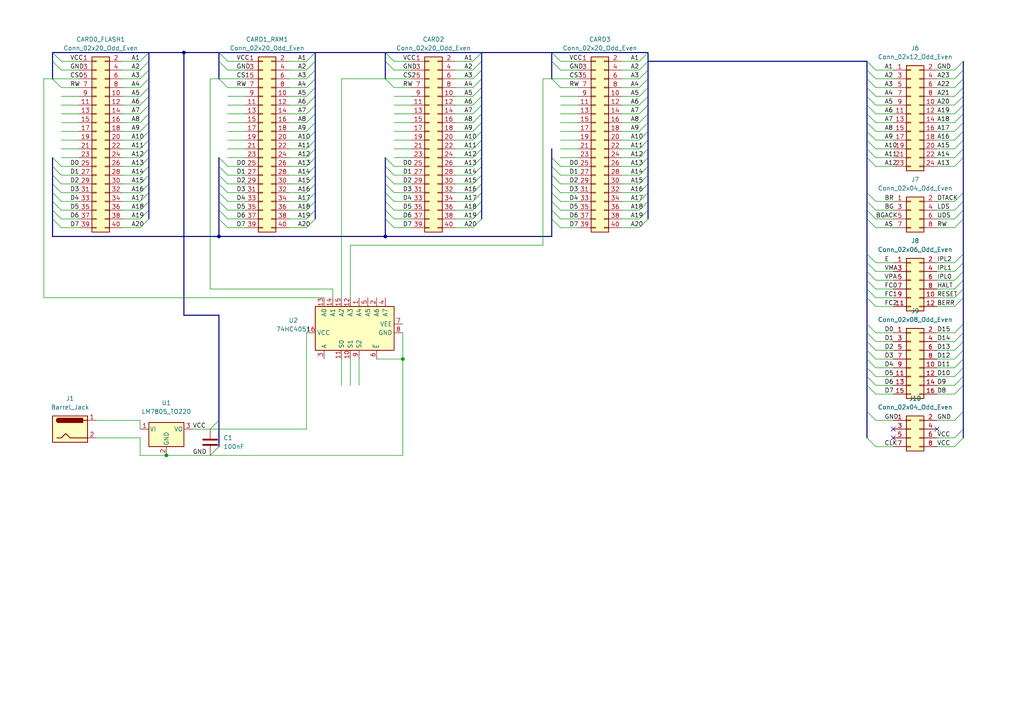
<source format=kicad_sch>
(kicad_sch (version 20211123) (generator eeschema)
  (paper "A4")
  (junction (at 116.84 104.14))
  (junction (at 53.34 15.24))
  (junction (at 111.76 68.58))
  (junction (at 48.26 132.08))
  (junction (at 63.5 68.58))
  (no_connect (at 271.78 124.46))
  (no_connect (at 259.08 124.46))
  (no_connect (at 259.08 127))
  (bus_entry (at 251.46 45.72) (size 2.54 2.54))
  (bus_entry (at 276.86 25.4) (size 2.54 -2.54))
  (bus_entry (at 137.16 48.26) (size 2.54 -2.54))
  (bus_entry (at 88.9 43.18) (size 2.54 -2.54))
  (bus_entry (at 40.64 45.72) (size 2.54 -2.54))
  (bus_entry (at 185.42 20.32) (size 2.54 -2.54))
  (bus_entry (at 276.86 66.04) (size 2.54 -2.54))
  (bus_entry (at 40.64 60.96) (size 2.54 -2.54))
  (bus_entry (at 40.64 35.56) (size 2.54 -2.54))
  (bus_entry (at 15.24 63.5) (size 2.54 2.54))
  (bus_entry (at 276.86 35.56) (size 2.54 -2.54))
  (bus_entry (at 160.02 58.42) (size 2.54 2.54))
  (bus_entry (at 63.5 15.24) (size 2.54 2.54))
  (bus_entry (at 63.5 63.5) (size 2.54 2.54))
  (bus_entry (at 88.9 30.48) (size 2.54 -2.54))
  (bus_entry (at 276.86 96.52) (size 2.54 -2.54))
  (bus_entry (at 185.42 25.4) (size 2.54 -2.54))
  (bus_entry (at 15.24 55.88) (size 2.54 2.54))
  (bus_entry (at 111.76 15.24) (size 2.54 2.54))
  (bus_entry (at 111.76 22.86) (size 2.54 2.54))
  (bus_entry (at 63.5 22.86) (size 2.54 2.54))
  (bus_entry (at 63.5 17.78) (size 2.54 2.54))
  (bus_entry (at 160.02 22.86) (size 2.54 2.54))
  (bus_entry (at 111.76 17.78) (size 2.54 2.54))
  (bus_entry (at 160.02 15.24) (size 2.54 2.54))
  (bus_entry (at 160.02 17.78) (size 2.54 2.54))
  (bus_entry (at 137.16 45.72) (size 2.54 -2.54))
  (bus_entry (at 251.46 73.66) (size 2.54 2.54))
  (bus_entry (at 137.16 60.96) (size 2.54 -2.54))
  (bus_entry (at 88.9 58.42) (size 2.54 -2.54))
  (bus_entry (at 251.46 127) (size 2.54 2.54))
  (bus_entry (at 185.42 55.88) (size 2.54 -2.54))
  (bus_entry (at 251.46 93.98) (size 2.54 2.54))
  (bus_entry (at 40.64 27.94) (size 2.54 -2.54))
  (bus_entry (at 88.9 40.64) (size 2.54 -2.54))
  (bus_entry (at 276.86 86.36) (size 2.54 -2.54))
  (bus_entry (at 63.5 60.96) (size 2.54 2.54))
  (bus_entry (at 276.86 63.5) (size 2.54 -2.54))
  (bus_entry (at 88.9 25.4) (size 2.54 -2.54))
  (bus_entry (at 137.16 63.5) (size 2.54 -2.54))
  (bus_entry (at 160.02 45.72) (size 2.54 2.54))
  (bus_entry (at 251.46 83.82) (size 2.54 2.54))
  (bus_entry (at 160.02 55.88) (size 2.54 2.54))
  (bus_entry (at 276.86 43.18) (size 2.54 -2.54))
  (bus_entry (at 160.02 60.96) (size 2.54 2.54))
  (bus_entry (at 111.76 55.88) (size 2.54 2.54))
  (bus_entry (at 88.9 45.72) (size 2.54 -2.54))
  (bus_entry (at 276.86 109.22) (size 2.54 -2.54))
  (bus_entry (at 185.42 38.1) (size 2.54 -2.54))
  (bus_entry (at 185.42 43.18) (size 2.54 -2.54))
  (bus_entry (at 137.16 27.94) (size 2.54 -2.54))
  (bus_entry (at 15.24 53.34) (size 2.54 2.54))
  (bus_entry (at 251.46 86.36) (size 2.54 2.54))
  (bus_entry (at 251.46 17.78) (size 2.54 2.54))
  (bus_entry (at 251.46 109.22) (size 2.54 2.54))
  (bus_entry (at 185.42 60.96) (size 2.54 -2.54))
  (bus_entry (at 276.86 76.2) (size 2.54 -2.54))
  (bus_entry (at 160.02 48.26) (size 2.54 2.54))
  (bus_entry (at 185.42 40.64) (size 2.54 -2.54))
  (bus_entry (at 276.86 22.86) (size 2.54 -2.54))
  (bus_entry (at 276.86 30.48) (size 2.54 -2.54))
  (bus_entry (at 251.46 22.86) (size 2.54 2.54))
  (bus_entry (at 276.86 83.82) (size 2.54 -2.54))
  (bus_entry (at 251.46 76.2) (size 2.54 2.54))
  (bus_entry (at 160.02 50.8) (size 2.54 2.54))
  (bus_entry (at 276.86 88.9) (size 2.54 -2.54))
  (bus_entry (at 251.46 99.06) (size 2.54 2.54))
  (bus_entry (at 251.46 43.18) (size 2.54 2.54))
  (bus_entry (at 88.9 33.02) (size 2.54 -2.54))
  (bus_entry (at 276.86 60.96) (size 2.54 -2.54))
  (bus_entry (at 185.42 35.56) (size 2.54 -2.54))
  (bus_entry (at 251.46 40.64) (size 2.54 2.54))
  (bus_entry (at 40.64 17.78) (size 2.54 -2.54))
  (bus_entry (at 15.24 60.96) (size 2.54 2.54))
  (bus_entry (at 40.64 55.88) (size 2.54 -2.54))
  (bus_entry (at 276.86 45.72) (size 2.54 -2.54))
  (bus_entry (at 251.46 30.48) (size 2.54 2.54))
  (bus_entry (at 15.24 45.72) (size 2.54 2.54))
  (bus_entry (at 185.42 48.26) (size 2.54 -2.54))
  (bus_entry (at 276.86 111.76) (size 2.54 -2.54))
  (bus_entry (at 251.46 106.68) (size 2.54 2.54))
  (bus_entry (at 251.46 33.02) (size 2.54 2.54))
  (bus_entry (at 251.46 58.42) (size 2.54 2.54))
  (bus_entry (at 40.64 43.18) (size 2.54 -2.54))
  (bus_entry (at 40.64 58.42) (size 2.54 -2.54))
  (bus_entry (at 88.9 17.78) (size 2.54 -2.54))
  (bus_entry (at 251.46 20.32) (size 2.54 2.54))
  (bus_entry (at 185.42 58.42) (size 2.54 -2.54))
  (bus_entry (at 88.9 20.32) (size 2.54 -2.54))
  (bus_entry (at 137.16 50.8) (size 2.54 -2.54))
  (bus_entry (at 15.24 15.24) (size 2.54 2.54))
  (bus_entry (at 15.24 22.86) (size 2.54 2.54))
  (bus_entry (at 15.24 17.78) (size 2.54 2.54))
  (bus_entry (at 276.86 106.68) (size 2.54 -2.54))
  (bus_entry (at 40.64 50.8) (size 2.54 -2.54))
  (bus_entry (at 251.46 63.5) (size 2.54 2.54))
  (bus_entry (at 276.86 81.28) (size 2.54 -2.54))
  (bus_entry (at 63.5 58.42) (size 2.54 2.54))
  (bus_entry (at 160.02 53.34) (size 2.54 2.54))
  (bus_entry (at 40.64 63.5) (size 2.54 -2.54))
  (bus_entry (at 137.16 40.64) (size 2.54 -2.54))
  (bus_entry (at 160.02 63.5) (size 2.54 2.54))
  (bus_entry (at 137.16 20.32) (size 2.54 -2.54))
  (bus_entry (at 276.86 101.6) (size 2.54 -2.54))
  (bus_entry (at 137.16 66.04) (size 2.54 -2.54))
  (bus_entry (at 40.64 48.26) (size 2.54 -2.54))
  (bus_entry (at 185.42 30.48) (size 2.54 -2.54))
  (bus_entry (at 40.64 25.4) (size 2.54 -2.54))
  (bus_entry (at 40.64 33.02) (size 2.54 -2.54))
  (bus_entry (at 40.64 30.48) (size 2.54 -2.54))
  (bus_entry (at 88.9 53.34) (size 2.54 -2.54))
  (bus_entry (at 88.9 50.8) (size 2.54 -2.54))
  (bus_entry (at 137.16 22.86) (size 2.54 -2.54))
  (bus_entry (at 185.42 66.04) (size 2.54 -2.54))
  (bus_entry (at 185.42 50.8) (size 2.54 -2.54))
  (bus_entry (at 185.42 33.02) (size 2.54 -2.54))
  (bus_entry (at 251.46 55.88) (size 2.54 2.54))
  (bus_entry (at 63.5 55.88) (size 2.54 2.54))
  (bus_entry (at 276.86 40.64) (size 2.54 -2.54))
  (bus_entry (at 137.16 25.4) (size 2.54 -2.54))
  (bus_entry (at 137.16 58.42) (size 2.54 -2.54))
  (bus_entry (at 137.16 17.78) (size 2.54 -2.54))
  (bus_entry (at 63.5 53.34) (size 2.54 2.54))
  (bus_entry (at 276.86 121.92) (size 2.54 -2.54))
  (bus_entry (at 276.86 58.42) (size 2.54 -2.54))
  (bus_entry (at 137.16 53.34) (size 2.54 -2.54))
  (bus_entry (at 251.46 96.52) (size 2.54 2.54))
  (bus_entry (at 137.16 33.02) (size 2.54 -2.54))
  (bus_entry (at 40.64 22.86) (size 2.54 -2.54))
  (bus_entry (at 137.16 30.48) (size 2.54 -2.54))
  (bus_entry (at 88.9 22.86) (size 2.54 -2.54))
  (bus_entry (at 63.5 45.72) (size 2.54 2.54))
  (bus_entry (at 276.86 114.3) (size 2.54 -2.54))
  (bus_entry (at 251.46 27.94) (size 2.54 2.54))
  (bus_entry (at 276.86 27.94) (size 2.54 -2.54))
  (bus_entry (at 15.24 50.8) (size 2.54 2.54))
  (bus_entry (at 40.64 38.1) (size 2.54 -2.54))
  (bus_entry (at 88.9 35.56) (size 2.54 -2.54))
  (bus_entry (at 251.46 119.38) (size 2.54 2.54))
  (bus_entry (at 137.16 38.1) (size 2.54 -2.54))
  (bus_entry (at 185.42 53.34) (size 2.54 -2.54))
  (bus_entry (at 88.9 38.1) (size 2.54 -2.54))
  (bus_entry (at 88.9 48.26) (size 2.54 -2.54))
  (bus_entry (at 185.42 27.94) (size 2.54 -2.54))
  (bus_entry (at 276.86 129.54) (size 2.54 -2.54))
  (bus_entry (at 276.86 33.02) (size 2.54 -2.54))
  (bus_entry (at 251.46 25.4) (size 2.54 2.54))
  (bus_entry (at 276.86 48.26) (size 2.54 -2.54))
  (bus_entry (at 276.86 20.32) (size 2.54 -2.54))
  (bus_entry (at 251.46 38.1) (size 2.54 2.54))
  (bus_entry (at 40.64 20.32) (size 2.54 -2.54))
  (bus_entry (at 251.46 81.28) (size 2.54 2.54))
  (bus_entry (at 15.24 58.42) (size 2.54 2.54))
  (bus_entry (at 111.76 45.72) (size 2.54 2.54))
  (bus_entry (at 185.42 17.78) (size 2.54 -2.54))
  (bus_entry (at 276.86 99.06) (size 2.54 -2.54))
  (bus_entry (at 111.76 50.8) (size 2.54 2.54))
  (bus_entry (at 137.16 43.18) (size 2.54 -2.54))
  (bus_entry (at 60.96 124.46) (size 2.54 -2.54))
  (bus_entry (at 60.96 132.08) (size 2.54 -2.54))
  (bus_entry (at 251.46 35.56) (size 2.54 2.54))
  (bus_entry (at 185.42 63.5) (size 2.54 -2.54))
  (bus_entry (at 88.9 27.94) (size 2.54 -2.54))
  (bus_entry (at 15.24 48.26) (size 2.54 2.54))
  (bus_entry (at 40.64 40.64) (size 2.54 -2.54))
  (bus_entry (at 251.46 78.74) (size 2.54 2.54))
  (bus_entry (at 251.46 101.6) (size 2.54 2.54))
  (bus_entry (at 111.76 53.34) (size 2.54 2.54))
  (bus_entry (at 88.9 55.88) (size 2.54 -2.54))
  (bus_entry (at 276.86 38.1) (size 2.54 -2.54))
  (bus_entry (at 111.76 60.96) (size 2.54 2.54))
  (bus_entry (at 40.64 53.34) (size 2.54 -2.54))
  (bus_entry (at 88.9 66.04) (size 2.54 -2.54))
  (bus_entry (at 185.42 22.86) (size 2.54 -2.54))
  (bus_entry (at 63.5 50.8) (size 2.54 2.54))
  (bus_entry (at 276.86 78.74) (size 2.54 -2.54))
  (bus_entry (at 88.9 63.5) (size 2.54 -2.54))
  (bus_entry (at 40.64 66.04) (size 2.54 -2.54))
  (bus_entry (at 111.76 63.5) (size 2.54 2.54))
  (bus_entry (at 88.9 60.96) (size 2.54 -2.54))
  (bus_entry (at 251.46 111.76) (size 2.54 2.54))
  (bus_entry (at 111.76 48.26) (size 2.54 2.54))
  (bus_entry (at 251.46 104.14) (size 2.54 2.54))
  (bus_entry (at 137.16 55.88) (size 2.54 -2.54))
  (bus_entry (at 185.42 45.72) (size 2.54 -2.54))
  (bus_entry (at 276.86 127) (size 2.54 -2.54))
  (bus_entry (at 111.76 58.42) (size 2.54 2.54))
  (bus_entry (at 63.5 48.26) (size 2.54 2.54))
  (bus_entry (at 251.46 60.96) (size 2.54 2.54))
  (bus_entry (at 276.86 104.14) (size 2.54 -2.54))
  (bus_entry (at 137.16 35.56) (size 2.54 -2.54))
  (wire (pts (xy 17.78 25.4) (xy 22.86 25.4)))
  (wire (pts (xy 271.78 30.48) (xy 276.86 30.48)))
  (bus (pts (xy 91.44 33.02) (xy 91.44 35.56)))
  (bus (pts (xy 91.44 20.32) (xy 91.44 22.86)))
  (wire (pts (xy 114.3 45.72) (xy 119.38 45.72)))
  (wire (pts (xy 254 78.74) (xy 259.08 78.74)))
  (bus (pts (xy 279.4 22.86) (xy 279.4 25.4)))
  (wire (pts (xy 114.3 25.4) (xy 119.38 25.4)))
  (bus (pts (xy 139.7 58.42) (xy 139.7 60.96)))
  (wire (pts (xy 114.3 27.94) (xy 119.38 27.94)))
  (bus (pts (xy 15.24 48.26) (xy 15.24 50.8)))
  (wire (pts (xy 114.3 20.32) (xy 119.38 20.32)))
  (bus (pts (xy 160.02 50.8) (xy 160.02 53.34)))
  (wire (pts (xy 17.78 27.94) (xy 22.86 27.94)))
  (bus (pts (xy 187.96 38.1) (xy 187.96 40.64)))
  (bus (pts (xy 43.18 60.96) (xy 43.18 63.5)))
  (bus (pts (xy 63.5 50.8) (xy 63.5 53.34)))
  (bus (pts (xy 187.96 27.94) (xy 187.96 30.48)))
  (wire (pts (xy 132.08 22.86) (xy 137.16 22.86)))
  (bus (pts (xy 279.4 20.32) (xy 279.4 22.86)))
  (bus (pts (xy 187.96 17.78) (xy 187.96 20.32)))
  (wire (pts (xy 114.3 50.8) (xy 119.38 50.8)))
  (bus (pts (xy 139.7 50.8) (xy 139.7 53.34)))
  (bus (pts (xy 139.7 30.48) (xy 139.7 33.02)))
  (bus (pts (xy 251.46 96.52) (xy 251.46 99.06)))
  (wire (pts (xy 132.08 20.32) (xy 137.16 20.32)))
  (wire (pts (xy 162.56 50.8) (xy 167.64 50.8)))
  (bus (pts (xy 43.18 35.56) (xy 43.18 38.1)))
  (wire (pts (xy 35.56 60.96) (xy 40.64 60.96)))
  (wire (pts (xy 271.78 33.02) (xy 276.86 33.02)))
  (wire (pts (xy 271.78 22.86) (xy 276.86 22.86)))
  (wire (pts (xy 66.04 60.96) (xy 71.12 60.96)))
  (bus (pts (xy 139.7 33.02) (xy 139.7 35.56)))
  (wire (pts (xy 132.08 17.78) (xy 137.16 17.78)))
  (wire (pts (xy 66.04 58.42) (xy 71.12 58.42)))
  (wire (pts (xy 132.08 48.26) (xy 137.16 48.26)))
  (wire (pts (xy 114.3 48.26) (xy 119.38 48.26)))
  (wire (pts (xy 66.04 30.48) (xy 71.12 30.48)))
  (bus (pts (xy 43.18 53.34) (xy 43.18 55.88)))
  (wire (pts (xy 66.04 20.32) (xy 71.12 20.32)))
  (wire (pts (xy 271.78 129.54) (xy 276.86 129.54)))
  (wire (pts (xy 83.82 55.88) (xy 88.9 55.88)))
  (wire (pts (xy 271.78 76.2) (xy 276.86 76.2)))
  (wire (pts (xy 254 101.6) (xy 259.08 101.6)))
  (wire (pts (xy 63.5 22.86) (xy 71.12 22.86)))
  (bus (pts (xy 251.46 93.98) (xy 251.46 96.52)))
  (bus (pts (xy 53.34 91.44) (xy 53.34 15.24)))
  (wire (pts (xy 83.82 50.8) (xy 88.9 50.8)))
  (bus (pts (xy 279.4 111.76) (xy 279.4 119.38)))
  (bus (pts (xy 91.44 15.24) (xy 111.76 15.24)))
  (wire (pts (xy 254 45.72) (xy 259.08 45.72)))
  (wire (pts (xy 66.04 66.04) (xy 71.12 66.04)))
  (wire (pts (xy 162.56 27.94) (xy 167.64 27.94)))
  (wire (pts (xy 66.04 38.1) (xy 71.12 38.1)))
  (wire (pts (xy 17.78 60.96) (xy 22.86 60.96)))
  (bus (pts (xy 251.46 38.1) (xy 251.46 40.64)))
  (bus (pts (xy 160.02 60.96) (xy 160.02 63.5)))
  (wire (pts (xy 271.78 63.5) (xy 276.86 63.5)))
  (wire (pts (xy 162.56 58.42) (xy 167.64 58.42)))
  (bus (pts (xy 251.46 83.82) (xy 251.46 86.36)))
  (bus (pts (xy 91.44 27.94) (xy 91.44 30.48)))
  (wire (pts (xy 35.56 38.1) (xy 40.64 38.1)))
  (wire (pts (xy 17.78 35.56) (xy 22.86 35.56)))
  (wire (pts (xy 83.82 25.4) (xy 88.9 25.4)))
  (wire (pts (xy 99.06 104.14) (xy 99.06 111.76)))
  (wire (pts (xy 157.48 22.86) (xy 160.02 22.86)))
  (bus (pts (xy 43.18 15.24) (xy 53.34 15.24)))
  (bus (pts (xy 160.02 53.34) (xy 160.02 55.88)))
  (wire (pts (xy 83.82 22.86) (xy 88.9 22.86)))
  (wire (pts (xy 254 25.4) (xy 259.08 25.4)))
  (wire (pts (xy 40.64 127) (xy 40.64 132.08)))
  (bus (pts (xy 63.5 53.34) (xy 63.5 55.88)))
  (wire (pts (xy 132.08 55.88) (xy 137.16 55.88)))
  (bus (pts (xy 251.46 73.66) (xy 251.46 76.2)))
  (bus (pts (xy 43.18 38.1) (xy 43.18 40.64)))
  (bus (pts (xy 111.76 48.26) (xy 111.76 50.8)))
  (wire (pts (xy 99.06 22.86) (xy 111.76 22.86)))
  (bus (pts (xy 279.4 30.48) (xy 279.4 33.02)))
  (wire (pts (xy 83.82 43.18) (xy 88.9 43.18)))
  (bus (pts (xy 279.4 76.2) (xy 279.4 78.74)))
  (bus (pts (xy 279.4 55.88) (xy 279.4 58.42)))
  (bus (pts (xy 187.96 45.72) (xy 187.96 48.26)))
  (wire (pts (xy 35.56 53.34) (xy 40.64 53.34)))
  (wire (pts (xy 99.06 86.36) (xy 99.06 22.86)))
  (wire (pts (xy 83.82 40.64) (xy 88.9 40.64)))
  (bus (pts (xy 279.4 81.28) (xy 279.4 83.82)))
  (wire (pts (xy 60.96 83.82) (xy 60.96 22.86)))
  (bus (pts (xy 43.18 50.8) (xy 43.18 53.34)))
  (wire (pts (xy 271.78 40.64) (xy 276.86 40.64)))
  (wire (pts (xy 180.34 48.26) (xy 185.42 48.26)))
  (wire (pts (xy 254 35.56) (xy 259.08 35.56)))
  (wire (pts (xy 132.08 43.18) (xy 137.16 43.18)))
  (bus (pts (xy 279.4 27.94) (xy 279.4 30.48)))
  (wire (pts (xy 114.3 66.04) (xy 119.38 66.04)))
  (wire (pts (xy 162.56 40.64) (xy 167.64 40.64)))
  (bus (pts (xy 279.4 45.72) (xy 279.4 55.88)))
  (bus (pts (xy 279.4 106.68) (xy 279.4 109.22)))
  (wire (pts (xy 132.08 38.1) (xy 137.16 38.1)))
  (bus (pts (xy 63.5 17.78) (xy 63.5 22.86)))
  (wire (pts (xy 162.56 63.5) (xy 167.64 63.5)))
  (wire (pts (xy 17.78 63.5) (xy 22.86 63.5)))
  (wire (pts (xy 271.78 81.28) (xy 276.86 81.28)))
  (bus (pts (xy 187.96 17.78) (xy 251.46 17.78)))
  (bus (pts (xy 187.96 40.64) (xy 187.96 43.18)))
  (bus (pts (xy 251.46 58.42) (xy 251.46 60.96)))
  (wire (pts (xy 116.84 132.08) (xy 116.84 104.14)))
  (wire (pts (xy 88.9 124.46) (xy 88.9 96.52)))
  (bus (pts (xy 111.76 15.24) (xy 139.7 15.24)))
  (bus (pts (xy 139.7 60.96) (xy 139.7 63.5)))
  (wire (pts (xy 66.04 50.8) (xy 71.12 50.8)))
  (wire (pts (xy 132.08 63.5) (xy 137.16 63.5)))
  (bus (pts (xy 111.76 45.72) (xy 111.76 48.26)))
  (bus (pts (xy 91.44 40.64) (xy 91.44 43.18)))
  (bus (pts (xy 63.5 63.5) (xy 63.5 68.58)))
  (wire (pts (xy 83.82 63.5) (xy 88.9 63.5)))
  (bus (pts (xy 187.96 30.48) (xy 187.96 33.02)))
  (bus (pts (xy 279.4 96.52) (xy 279.4 99.06)))
  (bus (pts (xy 251.46 22.86) (xy 251.46 25.4)))
  (wire (pts (xy 132.08 30.48) (xy 137.16 30.48)))
  (bus (pts (xy 43.18 22.86) (xy 43.18 25.4)))
  (wire (pts (xy 17.78 53.34) (xy 22.86 53.34)))
  (bus (pts (xy 91.44 50.8) (xy 91.44 53.34)))
  (bus (pts (xy 279.4 93.98) (xy 279.4 96.52)))
  (wire (pts (xy 12.7 86.36) (xy 12.7 22.86)))
  (bus (pts (xy 139.7 43.18) (xy 139.7 45.72)))
  (wire (pts (xy 35.56 17.78) (xy 40.64 17.78)))
  (wire (pts (xy 254 81.28) (xy 259.08 81.28)))
  (bus (pts (xy 251.46 30.48) (xy 251.46 33.02)))
  (bus (pts (xy 251.46 78.74) (xy 251.46 81.28)))
  (wire (pts (xy 132.08 35.56) (xy 137.16 35.56)))
  (wire (pts (xy 180.34 60.96) (xy 185.42 60.96)))
  (wire (pts (xy 162.56 35.56) (xy 167.64 35.56)))
  (bus (pts (xy 43.18 27.94) (xy 43.18 30.48)))
  (wire (pts (xy 83.82 17.78) (xy 88.9 17.78)))
  (bus (pts (xy 187.96 43.18) (xy 187.96 45.72)))
  (wire (pts (xy 180.34 33.02) (xy 185.42 33.02)))
  (wire (pts (xy 162.56 53.34) (xy 167.64 53.34)))
  (wire (pts (xy 162.56 55.88) (xy 167.64 55.88)))
  (wire (pts (xy 66.04 43.18) (xy 71.12 43.18)))
  (wire (pts (xy 271.78 127) (xy 276.86 127)))
  (wire (pts (xy 271.78 43.18) (xy 276.86 43.18)))
  (bus (pts (xy 187.96 50.8) (xy 187.96 53.34)))
  (wire (pts (xy 132.08 25.4) (xy 137.16 25.4)))
  (bus (pts (xy 251.46 25.4) (xy 251.46 27.94)))
  (wire (pts (xy 254 20.32) (xy 259.08 20.32)))
  (bus (pts (xy 187.96 20.32) (xy 187.96 22.86)))
  (wire (pts (xy 101.6 104.14) (xy 101.6 111.76)))
  (wire (pts (xy 35.56 30.48) (xy 40.64 30.48)))
  (bus (pts (xy 139.7 53.34) (xy 139.7 55.88)))
  (bus (pts (xy 251.46 27.94) (xy 251.46 30.48)))
  (wire (pts (xy 35.56 58.42) (xy 40.64 58.42)))
  (bus (pts (xy 15.24 45.72) (xy 15.24 48.26)))
  (bus (pts (xy 251.46 45.72) (xy 251.46 55.88)))
  (wire (pts (xy 35.56 20.32) (xy 40.64 20.32)))
  (wire (pts (xy 254 27.94) (xy 259.08 27.94)))
  (bus (pts (xy 187.96 15.24) (xy 187.96 17.78)))
  (wire (pts (xy 162.56 45.72) (xy 167.64 45.72)))
  (wire (pts (xy 35.56 63.5) (xy 40.64 63.5)))
  (bus (pts (xy 91.44 58.42) (xy 91.44 60.96)))
  (bus (pts (xy 139.7 27.94) (xy 139.7 30.48)))
  (wire (pts (xy 254 38.1) (xy 259.08 38.1)))
  (wire (pts (xy 132.08 53.34) (xy 137.16 53.34)))
  (bus (pts (xy 279.4 33.02) (xy 279.4 35.56)))
  (wire (pts (xy 55.88 124.46) (xy 60.96 124.46)))
  (wire (pts (xy 35.56 22.86) (xy 40.64 22.86)))
  (wire (pts (xy 254 30.48) (xy 259.08 30.48)))
  (bus (pts (xy 15.24 15.24) (xy 15.24 17.78)))
  (wire (pts (xy 160.02 22.86) (xy 167.64 22.86)))
  (wire (pts (xy 40.64 121.92) (xy 40.64 124.46)))
  (wire (pts (xy 83.82 58.42) (xy 88.9 58.42)))
  (wire (pts (xy 60.96 132.08) (xy 116.84 132.08)))
  (bus (pts (xy 63.5 68.58) (xy 15.24 68.58)))
  (bus (pts (xy 63.5 129.54) (xy 63.5 121.92)))
  (bus (pts (xy 279.4 73.66) (xy 279.4 76.2)))
  (wire (pts (xy 109.22 104.14) (xy 116.84 104.14)))
  (wire (pts (xy 180.34 40.64) (xy 185.42 40.64)))
  (wire (pts (xy 17.78 48.26) (xy 22.86 48.26)))
  (bus (pts (xy 279.4 101.6) (xy 279.4 104.14)))
  (bus (pts (xy 160.02 48.26) (xy 160.02 50.8)))
  (bus (pts (xy 139.7 20.32) (xy 139.7 22.86)))
  (bus (pts (xy 139.7 25.4) (xy 139.7 27.94)))
  (wire (pts (xy 180.34 53.34) (xy 185.42 53.34)))
  (wire (pts (xy 17.78 43.18) (xy 22.86 43.18)))
  (wire (pts (xy 254 86.36) (xy 259.08 86.36)))
  (bus (pts (xy 251.46 119.38) (xy 251.46 127)))
  (wire (pts (xy 271.78 83.82) (xy 276.86 83.82)))
  (wire (pts (xy 254 33.02) (xy 259.08 33.02)))
  (wire (pts (xy 66.04 27.94) (xy 71.12 27.94)))
  (wire (pts (xy 132.08 45.72) (xy 137.16 45.72)))
  (wire (pts (xy 254 109.22) (xy 259.08 109.22)))
  (bus (pts (xy 43.18 15.24) (xy 43.18 17.78)))
  (bus (pts (xy 279.4 60.96) (xy 279.4 63.5)))
  (bus (pts (xy 279.4 124.46) (xy 279.4 127)))
  (wire (pts (xy 180.34 63.5) (xy 185.42 63.5)))
  (wire (pts (xy 66.04 40.64) (xy 71.12 40.64)))
  (wire (pts (xy 180.34 45.72) (xy 185.42 45.72)))
  (bus (pts (xy 251.46 40.64) (xy 251.46 43.18)))
  (wire (pts (xy 162.56 60.96) (xy 167.64 60.96)))
  (bus (pts (xy 91.44 53.34) (xy 91.44 55.88)))
  (wire (pts (xy 35.56 35.56) (xy 40.64 35.56)))
  (wire (pts (xy 66.04 55.88) (xy 71.12 55.88)))
  (bus (pts (xy 187.96 48.26) (xy 187.96 50.8)))
  (wire (pts (xy 114.3 43.18) (xy 119.38 43.18)))
  (bus (pts (xy 251.46 33.02) (xy 251.46 35.56)))
  (wire (pts (xy 162.56 38.1) (xy 167.64 38.1)))
  (wire (pts (xy 271.78 58.42) (xy 276.86 58.42)))
  (wire (pts (xy 271.78 35.56) (xy 276.86 35.56)))
  (bus (pts (xy 139.7 15.24) (xy 160.02 15.24)))
  (wire (pts (xy 254 121.92) (xy 259.08 121.92)))
  (bus (pts (xy 111.76 58.42) (xy 111.76 60.96)))
  (bus (pts (xy 160.02 43.18) (xy 160.02 45.72)))
  (wire (pts (xy 271.78 106.68) (xy 276.86 106.68)))
  (bus (pts (xy 160.02 45.72) (xy 160.02 48.26)))
  (bus (pts (xy 91.44 45.72) (xy 91.44 48.26)))
  (wire (pts (xy 96.52 83.82) (xy 60.96 83.82)))
  (bus (pts (xy 187.96 55.88) (xy 187.96 58.42)))
  (bus (pts (xy 139.7 40.64) (xy 139.7 43.18)))
  (wire (pts (xy 254 60.96) (xy 259.08 60.96)))
  (wire (pts (xy 35.56 66.04) (xy 40.64 66.04)))
  (wire (pts (xy 101.6 86.36) (xy 101.6 71.12)))
  (wire (pts (xy 27.94 127) (xy 40.64 127)))
  (bus (pts (xy 111.76 53.34) (xy 111.76 55.88)))
  (wire (pts (xy 271.78 45.72) (xy 276.86 45.72)))
  (bus (pts (xy 279.4 104.14) (xy 279.4 106.68)))
  (bus (pts (xy 279.4 40.64) (xy 279.4 43.18)))
  (wire (pts (xy 271.78 25.4) (xy 276.86 25.4)))
  (bus (pts (xy 91.44 55.88) (xy 91.44 58.42)))
  (bus (pts (xy 43.18 33.02) (xy 43.18 35.56)))
  (wire (pts (xy 162.56 48.26) (xy 167.64 48.26)))
  (bus (pts (xy 251.46 111.76) (xy 251.46 119.38)))
  (wire (pts (xy 66.04 25.4) (xy 71.12 25.4)))
  (wire (pts (xy 254 66.04) (xy 259.08 66.04)))
  (wire (pts (xy 35.56 33.02) (xy 40.64 33.02)))
  (wire (pts (xy 17.78 50.8) (xy 22.86 50.8)))
  (wire (pts (xy 114.3 63.5) (xy 119.38 63.5)))
  (bus (pts (xy 43.18 25.4) (xy 43.18 27.94)))
  (bus (pts (xy 160.02 15.24) (xy 187.96 15.24)))
  (bus (pts (xy 139.7 22.86) (xy 139.7 25.4)))
  (wire (pts (xy 271.78 66.04) (xy 276.86 66.04)))
  (wire (pts (xy 132.08 58.42) (xy 137.16 58.42)))
  (wire (pts (xy 254 96.52) (xy 259.08 96.52)))
  (bus (pts (xy 251.46 99.06) (xy 251.46 101.6)))
  (bus (pts (xy 111.76 55.88) (xy 111.76 58.42)))
  (wire (pts (xy 254 40.64) (xy 259.08 40.64)))
  (wire (pts (xy 114.3 55.88) (xy 119.38 55.88)))
  (bus (pts (xy 15.24 15.24) (xy 43.18 15.24)))
  (wire (pts (xy 83.82 45.72) (xy 88.9 45.72)))
  (bus (pts (xy 279.4 43.18) (xy 279.4 45.72)))
  (bus (pts (xy 63.5 48.26) (xy 63.5 50.8)))
  (wire (pts (xy 254 111.76) (xy 259.08 111.76)))
  (wire (pts (xy 60.96 124.46) (xy 88.9 124.46)))
  (bus (pts (xy 43.18 40.64) (xy 43.18 43.18)))
  (wire (pts (xy 132.08 50.8) (xy 137.16 50.8)))
  (bus (pts (xy 139.7 38.1) (xy 139.7 40.64)))
  (bus (pts (xy 15.24 63.5) (xy 15.24 68.58)))
  (wire (pts (xy 104.14 104.14) (xy 104.14 111.76)))
  (wire (pts (xy 180.34 50.8) (xy 185.42 50.8)))
  (bus (pts (xy 43.18 45.72) (xy 43.18 48.26)))
  (wire (pts (xy 66.04 48.26) (xy 71.12 48.26)))
  (wire (pts (xy 254 63.5) (xy 259.08 63.5)))
  (wire (pts (xy 114.3 58.42) (xy 119.38 58.42)))
  (wire (pts (xy 93.98 86.36) (xy 12.7 86.36)))
  (wire (pts (xy 254 22.86) (xy 259.08 22.86)))
  (wire (pts (xy 60.96 22.86) (xy 63.5 22.86)))
  (bus (pts (xy 15.24 17.78) (xy 15.24 22.86)))
  (bus (pts (xy 279.4 78.74) (xy 279.4 81.28)))
  (bus (pts (xy 279.4 119.38) (xy 279.4 124.46)))
  (bus (pts (xy 279.4 58.42) (xy 279.4 60.96)))
  (bus (pts (xy 187.96 53.34) (xy 187.96 55.88)))
  (wire (pts (xy 17.78 17.78) (xy 22.86 17.78)))
  (bus (pts (xy 91.44 38.1) (xy 91.44 40.64)))
  (wire (pts (xy 83.82 33.02) (xy 88.9 33.02)))
  (wire (pts (xy 132.08 60.96) (xy 137.16 60.96)))
  (wire (pts (xy 271.78 99.06) (xy 276.86 99.06)))
  (bus (pts (xy 251.46 104.14) (xy 251.46 106.68)))
  (wire (pts (xy 271.78 111.76) (xy 276.86 111.76)))
  (bus (pts (xy 187.96 35.56) (xy 187.96 38.1)))
  (wire (pts (xy 132.08 27.94) (xy 137.16 27.94)))
  (bus (pts (xy 279.4 38.1) (xy 279.4 40.64)))
  (wire (pts (xy 180.34 30.48) (xy 185.42 30.48)))
  (bus (pts (xy 63.5 55.88) (xy 63.5 58.42)))
  (bus (pts (xy 15.24 50.8) (xy 15.24 53.34)))
  (wire (pts (xy 35.56 55.88) (xy 40.64 55.88)))
  (wire (pts (xy 83.82 20.32) (xy 88.9 20.32)))
  (bus (pts (xy 187.96 33.02) (xy 187.96 35.56)))
  (wire (pts (xy 83.82 48.26) (xy 88.9 48.26)))
  (bus (pts (xy 160.02 68.58) (xy 111.76 68.58)))
  (wire (pts (xy 271.78 88.9) (xy 276.86 88.9)))
  (wire (pts (xy 35.56 45.72) (xy 40.64 45.72)))
  (wire (pts (xy 17.78 58.42) (xy 22.86 58.42)))
  (wire (pts (xy 35.56 27.94) (xy 40.64 27.94)))
  (wire (pts (xy 114.3 53.34) (xy 119.38 53.34)))
  (bus (pts (xy 279.4 109.22) (xy 279.4 111.76)))
  (bus (pts (xy 279.4 99.06) (xy 279.4 101.6)))
  (wire (pts (xy 111.76 22.86) (xy 119.38 22.86)))
  (bus (pts (xy 53.34 15.24) (xy 63.5 15.24)))
  (bus (pts (xy 160.02 17.78) (xy 160.02 22.86)))
  (bus (pts (xy 111.76 15.24) (xy 111.76 17.78)))
  (bus (pts (xy 251.46 55.88) (xy 251.46 58.42)))
  (wire (pts (xy 271.78 114.3) (xy 276.86 114.3)))
  (wire (pts (xy 40.64 132.08) (xy 48.26 132.08)))
  (bus (pts (xy 91.44 25.4) (xy 91.44 27.94)))
  (wire (pts (xy 162.56 30.48) (xy 167.64 30.48)))
  (wire (pts (xy 271.78 78.74) (xy 276.86 78.74)))
  (wire (pts (xy 12.7 22.86) (xy 15.24 22.86)))
  (bus (pts (xy 63.5 60.96) (xy 63.5 63.5)))
  (wire (pts (xy 101.6 71.12) (xy 157.48 71.12)))
  (wire (pts (xy 27.94 121.92) (xy 40.64 121.92)))
  (bus (pts (xy 43.18 17.78) (xy 43.18 20.32)))
  (bus (pts (xy 160.02 63.5) (xy 160.02 68.58)))
  (wire (pts (xy 254 106.68) (xy 259.08 106.68)))
  (wire (pts (xy 83.82 66.04) (xy 88.9 66.04)))
  (bus (pts (xy 91.44 35.56) (xy 91.44 38.1)))
  (bus (pts (xy 91.44 22.86) (xy 91.44 25.4)))
  (bus (pts (xy 15.24 55.88) (xy 15.24 58.42)))
  (wire (pts (xy 83.82 60.96) (xy 88.9 60.96)))
  (bus (pts (xy 187.96 25.4) (xy 187.96 27.94)))
  (wire (pts (xy 271.78 86.36) (xy 276.86 86.36)))
  (bus (pts (xy 251.46 60.96) (xy 251.46 63.5)))
  (bus (pts (xy 251.46 35.56) (xy 251.46 38.1)))
  (wire (pts (xy 271.78 38.1) (xy 276.86 38.1)))
  (bus (pts (xy 279.4 63.5) (xy 279.4 73.66)))
  (bus (pts (xy 279.4 86.36) (xy 279.4 93.98)))
  (wire (pts (xy 114.3 38.1) (xy 119.38 38.1)))
  (wire (pts (xy 254 104.14) (xy 259.08 104.14)))
  (wire (pts (xy 271.78 104.14) (xy 276.86 104.14)))
  (wire (pts (xy 83.82 35.56) (xy 88.9 35.56)))
  (wire (pts (xy 17.78 55.88) (xy 22.86 55.88)))
  (bus (pts (xy 251.46 106.68) (xy 251.46 109.22)))
  (wire (pts (xy 180.34 38.1) (xy 185.42 38.1)))
  (wire (pts (xy 271.78 27.94) (xy 276.86 27.94)))
  (wire (pts (xy 66.04 33.02) (xy 71.12 33.02)))
  (wire (pts (xy 83.82 53.34) (xy 88.9 53.34)))
  (wire (pts (xy 254 88.9) (xy 259.08 88.9)))
  (wire (pts (xy 15.24 22.86) (xy 22.86 22.86)))
  (bus (pts (xy 111.76 60.96) (xy 111.76 63.5)))
  (bus (pts (xy 251.46 76.2) (xy 251.46 78.74)))
  (wire (pts (xy 254 76.2) (xy 259.08 76.2)))
  (wire (pts (xy 17.78 38.1) (xy 22.86 38.1)))
  (wire (pts (xy 271.78 60.96) (xy 276.86 60.96)))
  (wire (pts (xy 114.3 30.48) (xy 119.38 30.48)))
  (wire (pts (xy 17.78 33.02) (xy 22.86 33.02)))
  (bus (pts (xy 279.4 83.82) (xy 279.4 86.36)))
  (wire (pts (xy 35.56 48.26) (xy 40.64 48.26)))
  (bus (pts (xy 251.46 43.18) (xy 251.46 45.72)))
  (bus (pts (xy 251.46 109.22) (xy 251.46 111.76)))
  (wire (pts (xy 162.56 17.78) (xy 167.64 17.78)))
  (wire (pts (xy 162.56 33.02) (xy 167.64 33.02)))
  (bus (pts (xy 187.96 58.42) (xy 187.96 60.96)))
  (wire (pts (xy 116.84 104.14) (xy 116.84 96.52)))
  (bus (pts (xy 15.24 58.42) (xy 15.24 60.96)))
  (wire (pts (xy 17.78 45.72) (xy 22.86 45.72)))
  (wire (pts (xy 17.78 30.48) (xy 22.86 30.48)))
  (bus (pts (xy 91.44 15.24) (xy 91.44 17.78)))
  (wire (pts (xy 271.78 109.22) (xy 276.86 109.22)))
  (bus (pts (xy 139.7 15.24) (xy 139.7 17.78)))
  (bus (pts (xy 139.7 45.72) (xy 139.7 48.26)))
  (bus (pts (xy 15.24 53.34) (xy 15.24 55.88)))
  (wire (pts (xy 83.82 38.1) (xy 88.9 38.1)))
  (wire (pts (xy 114.3 33.02) (xy 119.38 33.02)))
  (wire (pts (xy 180.34 25.4) (xy 185.42 25.4)))
  (wire (pts (xy 180.34 55.88) (xy 185.42 55.88)))
  (bus (pts (xy 139.7 48.26) (xy 139.7 50.8)))
  (wire (pts (xy 271.78 121.92) (xy 276.86 121.92)))
  (wire (pts (xy 180.34 17.78) (xy 185.42 17.78)))
  (wire (pts (xy 271.78 20.32) (xy 276.86 20.32)))
  (bus (pts (xy 43.18 58.42) (xy 43.18 60.96)))
  (wire (pts (xy 35.56 43.18) (xy 40.64 43.18)))
  (wire (pts (xy 114.3 35.56) (xy 119.38 35.56)))
  (wire (pts (xy 114.3 60.96) (xy 119.38 60.96)))
  (bus (pts (xy 279.4 25.4) (xy 279.4 27.94)))
  (bus (pts (xy 111.76 17.78) (xy 111.76 22.86)))
  (bus (pts (xy 187.96 60.96) (xy 187.96 63.5)))
  (bus (pts (xy 111.76 50.8) (xy 111.76 53.34)))
  (wire (pts (xy 180.34 27.94) (xy 185.42 27.94)))
  (wire (pts (xy 254 99.06) (xy 259.08 99.06)))
  (bus (pts (xy 187.96 22.86) (xy 187.96 25.4)))
  (bus (pts (xy 63.5 68.58) (xy 111.76 68.58)))
  (bus (pts (xy 43.18 30.48) (xy 43.18 33.02)))
  (wire (pts (xy 180.34 22.86) (xy 185.42 22.86)))
  (bus (pts (xy 251.46 86.36) (xy 251.46 93.98)))
  (bus (pts (xy 251.46 81.28) (xy 251.46 83.82)))
  (wire (pts (xy 66.04 63.5) (xy 71.12 63.5)))
  (bus (pts (xy 43.18 55.88) (xy 43.18 58.42)))
  (bus (pts (xy 160.02 15.24) (xy 160.02 17.78)))
  (bus (pts (xy 160.02 58.42) (xy 160.02 60.96)))
  (wire (pts (xy 96.52 86.36) (xy 96.52 83.82)))
  (wire (pts (xy 162.56 25.4) (xy 167.64 25.4)))
  (wire (pts (xy 17.78 66.04) (xy 22.86 66.04)))
  (wire (pts (xy 35.56 25.4) (xy 40.64 25.4)))
  (bus (pts (xy 15.24 60.96) (xy 15.24 63.5)))
  (wire (pts (xy 66.04 45.72) (xy 71.12 45.72)))
  (wire (pts (xy 35.56 50.8) (xy 40.64 50.8)))
  (wire (pts (xy 132.08 40.64) (xy 137.16 40.64)))
  (wire (pts (xy 162.56 66.04) (xy 167.64 66.04)))
  (bus (pts (xy 43.18 43.18) (xy 43.18 45.72)))
  (bus (pts (xy 63.5 121.92) (xy 63.5 91.44)))
  (bus (pts (xy 139.7 35.56) (xy 139.7 38.1)))
  (wire (pts (xy 254 58.42) (xy 259.08 58.42)))
  (wire (pts (xy 254 129.54) (xy 259.08 129.54)))
  (bus (pts (xy 63.5 58.42) (xy 63.5 60.96)))
  (bus (pts (xy 251.46 20.32) (xy 251.46 22.86)))
  (wire (pts (xy 132.08 33.02) (xy 137.16 33.02)))
  (bus (pts (xy 251.46 17.78) (xy 251.46 20.32)))
  (wire (pts (xy 180.34 43.18) (xy 185.42 43.18)))
  (bus (pts (xy 63.5 45.72) (xy 63.5 48.26)))
  (bus (pts (xy 251.46 101.6) (xy 251.46 104.14)))
  (wire (pts (xy 180.34 20.32) (xy 185.42 20.32)))
  (wire (pts (xy 271.78 48.26) (xy 276.86 48.26)))
  (bus (pts (xy 91.44 60.96) (xy 91.44 63.5)))
  (wire (pts (xy 271.78 96.52) (xy 276.86 96.52)))
  (bus (pts (xy 160.02 55.88) (xy 160.02 58.42)))
  (wire (pts (xy 48.26 132.08) (xy 60.96 132.08)))
  (wire (pts (xy 180.34 66.04) (xy 185.42 66.04)))
  (wire (pts (xy 114.3 40.64) (xy 119.38 40.64)))
  (wire (pts (xy 66.04 53.34) (xy 71.12 53.34)))
  (wire (pts (xy 132.08 66.04) (xy 137.16 66.04)))
  (wire (pts (xy 271.78 101.6) (xy 276.86 101.6)))
  (bus (pts (xy 279.4 17.78) (xy 279.4 20.32)))
  (bus (pts (xy 139.7 55.88) (xy 139.7 58.42)))
  (bus (pts (xy 91.44 48.26) (xy 91.44 50.8)))
  (bus (pts (xy 251.46 63.5) (xy 251.46 73.66)))
  (wire (pts (xy 66.04 35.56) (xy 71.12 35.56)))
  (bus (pts (xy 43.18 20.32) (xy 43.18 22.86)))
  (wire (pts (xy 254 43.18) (xy 259.08 43.18)))
  (wire (pts (xy 180.34 58.42) (xy 185.42 58.42)))
  (wire (pts (xy 162.56 20.32) (xy 167.64 20.32)))
  (wire (pts (xy 83.82 30.48) (xy 88.9 30.48)))
  (wire (pts (xy 254 83.82) (xy 259.08 83.82)))
  (wire (pts (xy 157.48 71.12) (xy 157.48 22.86)))
  (wire (pts (xy 114.3 17.78) (xy 119.38 17.78)))
  (bus (pts (xy 63.5 15.24) (xy 91.44 15.24)))
  (wire (pts (xy 66.04 17.78) (xy 71.12 17.78)))
  (bus (pts (xy 91.44 43.18) (xy 91.44 45.72)))
  (wire (pts (xy 35.56 40.64) (xy 40.64 40.64)))
  (bus (pts (xy 279.4 35.56) (xy 279.4 38.1)))
  (bus (pts (xy 63.5 15.24) (xy 63.5 17.78)))
  (wire (pts (xy 180.34 35.56) (xy 185.42 35.56)))
  (bus (pts (xy 111.76 63.5) (xy 111.76 68.58)))
  (wire (pts (xy 254 114.3) (xy 259.08 114.3)))
  (bus (pts (xy 63.5 91.44) (xy 53.34 91.44)))
  (wire (pts (xy 17.78 40.64) (xy 22.86 40.64)))
  (wire (pts (xy 162.56 43.18) (xy 167.64 43.18)))
  (bus (pts (xy 91.44 17.78) (xy 91.44 20.32)))
  (bus (pts (xy 43.18 48.26) (xy 43.18 50.8)))
  (wire (pts (xy 83.82 27.94) (xy 88.9 27.94)))
  (bus (pts (xy 91.44 30.48) (xy 91.44 33.02)))
  (bus (pts (xy 139.7 17.78) (xy 139.7 20.32)))
  (wire (pts (xy 17.78 20.32) (xy 22.86 20.32)))
  (wire (pts (xy 254 48.26) (xy 259.08 48.26)))
  (label "A3" (at 134.62 22.86 0))
  (label "GND" (at 271.78 20.32 0))
  (label "E" (at 256.54 76.2 0))
  (label "GND" (at 165.1 20.32 0))
  (label "D2" (at 20.32 53.34 0))
  (label "D2" (at 116.84 53.34 0))
  (label "BERR" (at 271.78 88.9 0))
  (label "D6" (at 68.58 63.5 0))
  (label "A11" (at 256.54 45.72 0))
  (label "FC2" (at 256.54 88.9 0))
  (label "A14" (at 86.36 50.8 0))
  (label "A15" (at 134.62 53.34 0))
  (label "A8" (at 182.88 35.56 0))
  (label "D7" (at 116.84 66.04 0))
  (label "D5" (at 256.54 109.22 0))
  (label "D3" (at 20.32 55.88 0))
  (label "D6" (at 20.32 63.5 0))
  (label "A5" (at 182.88 27.94 0))
  (label "LDS" (at 271.78 60.96 0))
  (label "VCC" (at 68.58 17.78 0))
  (label "D9" (at 271.78 111.76 0))
  (label "RW" (at 116.84 25.4 0))
  (label "VCC" (at 116.84 17.78 0))
  (label "D2" (at 165.1 53.34 0))
  (label "D4" (at 116.84 58.42 0))
  (label "D6" (at 256.54 111.76 0))
  (label "A8" (at 256.54 38.1 0))
  (label "D5" (at 68.58 60.96 0))
  (label "BGACK" (at 254 63.5 0))
  (label "D2" (at 68.58 53.34 0))
  (label "CS0" (at 20.32 22.86 0))
  (label "A15" (at 38.1 53.34 0))
  (label "D0" (at 20.32 48.26 0))
  (label "A19" (at 271.78 33.02 0))
  (label "A9" (at 182.88 38.1 0))
  (label "A1" (at 134.62 17.78 0))
  (label "A3" (at 38.1 22.86 0))
  (label "A21" (at 271.78 27.94 0))
  (label "A3" (at 182.88 22.86 0))
  (label "A13" (at 86.36 48.26 0))
  (label "A4" (at 182.88 25.4 0))
  (label "CS3" (at 165.1 22.86 0))
  (label "A19" (at 134.62 63.5 0))
  (label "DTACK" (at 271.78 58.42 0))
  (label "A19" (at 86.36 63.5 0))
  (label "D4" (at 256.54 106.68 0))
  (label "D13" (at 271.78 101.6 0))
  (label "A18" (at 38.1 60.96 0))
  (label "A14" (at 38.1 50.8 0))
  (label "FC1" (at 256.54 86.36 0))
  (label "VCC" (at 165.1 17.78 0))
  (label "D3" (at 116.84 55.88 0))
  (label "D7" (at 68.58 66.04 0))
  (label "A2" (at 86.36 20.32 0))
  (label "A2" (at 134.62 20.32 0))
  (label "D3" (at 256.54 104.14 0))
  (label "A8" (at 86.36 35.56 0))
  (label "D11" (at 271.78 106.68 0))
  (label "FC0" (at 256.54 83.82 0))
  (label "A1" (at 182.88 17.78 0))
  (label "A14" (at 182.88 50.8 0))
  (label "D4" (at 165.1 58.42 0))
  (label "CS2" (at 116.84 22.86 0))
  (label "A8" (at 38.1 35.56 0))
  (label "GND" (at 271.78 121.92 0))
  (label "D2" (at 256.54 101.6 0))
  (label "A5" (at 256.54 30.48 0))
  (label "HALT" (at 271.78 83.82 0))
  (label "A17" (at 38.1 58.42 0))
  (label "A16" (at 271.78 40.64 0))
  (label "D5" (at 20.32 60.96 0))
  (label "A20" (at 86.36 66.04 0))
  (label "BR" (at 256.54 58.42 0))
  (label "D1" (at 165.1 50.8 0))
  (label "A17" (at 271.78 38.1 0))
  (label "A17" (at 182.88 58.42 0))
  (label "D5" (at 165.1 60.96 0))
  (label "UDS" (at 271.78 63.5 0))
  (label "A5" (at 86.36 27.94 0))
  (label "A17" (at 86.36 58.42 0))
  (label "GND" (at 68.58 20.32 0))
  (label "A11" (at 86.36 43.18 0))
  (label "BG" (at 256.54 60.96 0))
  (label "A16" (at 38.1 55.88 0))
  (label "A6" (at 256.54 33.02 0))
  (label "D1" (at 68.58 50.8 0))
  (label "GND" (at 55.88 132.08 0))
  (label "D7" (at 256.54 114.3 0))
  (label "A16" (at 134.62 55.88 0))
  (label "D3" (at 165.1 55.88 0))
  (label "D0" (at 256.54 96.52 0))
  (label "RW" (at 68.58 25.4 0))
  (label "IPL1" (at 271.78 78.74 0))
  (label "A6" (at 86.36 30.48 0))
  (label "D3" (at 68.58 55.88 0))
  (label "A7" (at 256.54 35.56 0))
  (label "A15" (at 86.36 53.34 0))
  (label "A5" (at 38.1 27.94 0))
  (label "A12" (at 182.88 45.72 0))
  (label "A20" (at 134.62 66.04 0))
  (label "D0" (at 68.58 48.26 0))
  (label "A2" (at 38.1 20.32 0))
  (label "IPL2" (at 271.78 76.2 0))
  (label "A9" (at 86.36 38.1 0))
  (label "A6" (at 182.88 30.48 0))
  (label "A3" (at 256.54 25.4 0))
  (label "GND" (at 20.32 20.32 0))
  (label "D6" (at 165.1 63.5 0))
  (label "A12" (at 86.36 45.72 0))
  (label "GND" (at 116.84 20.32 0))
  (label "A4" (at 256.54 27.94 0))
  (label "A10" (at 256.54 43.18 0))
  (label "D5" (at 116.84 60.96 0))
  (label "A14" (at 271.78 45.72 0))
  (label "VCC" (at 20.32 17.78 0))
  (label "D15" (at 271.78 96.52 0))
  (label "D0" (at 116.84 48.26 0))
  (label "A13" (at 134.62 48.26 0))
  (label "A10" (at 38.1 40.64 0))
  (label "D10" (at 271.78 109.22 0))
  (label "A23" (at 271.78 22.86 0))
  (label "A18" (at 271.78 35.56 0))
  (label "A9" (at 256.54 40.64 0))
  (label "A11" (at 38.1 43.18 0))
  (label "A10" (at 86.36 40.64 0))
  (label "D0" (at 165.1 48.26 0))
  (label "A7" (at 86.36 33.02 0))
  (label "A20" (at 38.1 66.04 0))
  (label "A18" (at 182.88 60.96 0))
  (label "A11" (at 134.62 43.18 0))
  (label "A1" (at 38.1 17.78 0))
  (label "VCC" (at 55.88 124.46 0))
  (label "A13" (at 271.78 48.26 0))
  (label "D7" (at 20.32 66.04 0))
  (label "A15" (at 271.78 43.18 0))
  (label "VPA" (at 256.54 81.28 0))
  (label "A2" (at 182.88 20.32 0))
  (label "A12" (at 256.54 48.26 0))
  (label "RESET" (at 271.78 86.36 0))
  (label "RW" (at 271.78 66.04 0))
  (label "A7" (at 38.1 33.02 0))
  (label "A10" (at 182.88 40.64 0))
  (label "GND" (at 256.54 121.92 0))
  (label "A6" (at 134.62 30.48 0))
  (label "VCC" (at 271.78 129.54 0))
  (label "A6" (at 38.1 30.48 0))
  (label "D6" (at 116.84 63.5 0))
  (label "IPL0" (at 271.78 81.28 0))
  (label "D12" (at 271.78 104.14 0))
  (label "A13" (at 182.88 48.26 0))
  (label "A16" (at 182.88 55.88 0))
  (label "D8" (at 271.78 114.3 0))
  (label "D1" (at 256.54 99.06 0))
  (label "A7" (at 134.62 33.02 0))
  (label "RW" (at 20.32 25.4 0))
  (label "A9" (at 38.1 38.1 0))
  (label "A1" (at 256.54 20.32 0))
  (label "A2" (at 256.54 22.86 0))
  (label "A10" (at 134.62 40.64 0))
  (label "A4" (at 86.36 25.4 0))
  (label "AS" (at 256.54 66.04 0))
  (label "A9" (at 134.62 38.1 0))
  (label "A20" (at 271.78 30.48 0))
  (label "A7" (at 182.88 33.02 0))
  (label "D4" (at 68.58 58.42 0))
  (label "VCC" (at 271.78 127 0))
  (label "D7" (at 165.1 66.04 0))
  (label "D4" (at 20.32 58.42 0))
  (label "A20" (at 182.88 66.04 0))
  (label "A12" (at 134.62 45.72 0))
  (label "A14" (at 134.62 50.8 0))
  (label "A19" (at 182.88 63.5 0))
  (label "A1" (at 86.36 17.78 0))
  (label "A17" (at 134.62 58.42 0))
  (label "A16" (at 86.36 55.88 0))
  (label "A3" (at 86.36 22.86 0))
  (label "D1" (at 20.32 50.8 0))
  (label "A15" (at 182.88 53.34 0))
  (label "A22" (at 271.78 25.4 0))
  (label "CS1" (at 68.58 22.86 0))
  (label "VMA" (at 256.54 78.74 0))
  (label "A12" (at 38.1 45.72 0))
  (label "A4" (at 38.1 25.4 0))
  (label "CLK" (at 256.54 129.54 0))
  (label "A18" (at 86.36 60.96 0))
  (label "A18" (at 134.62 60.96 0))
  (label "A8" (at 134.62 35.56 0))
  (label "D1" (at 116.84 50.8 0))
  (label "A4" (at 134.62 25.4 0))
  (label "A19" (at 38.1 63.5 0))
  (label "A5" (at 134.62 27.94 0))
  (label "A11" (at 182.88 43.18 0))
  (label "D14" (at 271.78 99.06 0))
  (label "RW" (at 165.1 25.4 0))
  (label "A13" (at 38.1 48.26 0))
  (symbol (lib_id "Regulator_Linear:LM7805_TO220") (at 48.26 124.46 0) (unit 1)
    (property "Reference" "U1" (at 48.26 116.84 0))
    (property "Value" "LM7805_TO220" (at 48.26 119.38 0))
    (property "Footprint" "Package_TO_SOT_THT:TO-220-3_Vertical" (effects hide))
    (property "Datasheet" "https://www.onsemi.cn/PowerSolutions/document/MC7800-D.PDF" (effects hide))
  )
  (symbol (lib_id "Connector_Generic:Conn_02x20_Odd_Even") (at 27.94 40.64 0) (unit 1)
    (property "Reference" "CARD0_FLASH1" (at 29.21 11.43 0))
    (property "Value" "Conn_02x20_Odd_Even" (at 29.21 13.97 0))
    (property "Footprint" "Connector_PinSocket_2.54mm:PinSocket_2x20_P2.54mm_Vertical" (effects hide))
  )
  (symbol (lib_id "Connector_Generic:Conn_02x20_Odd_Even") (at 124.46 40.64 0) (unit 1)
    (property "Reference" "CARD2" (at 125.73 11.43 0))
    (property "Value" "Conn_02x20_Odd_Even" (at 125.73 13.97 0))
    (property "Footprint" "Connector_PinSocket_2.54mm:PinSocket_2x20_P2.54mm_Vertical" (effects hide))
  )
  (symbol (lib_id "Connector_Generic:Conn_02x20_Odd_Even") (at 76.2 40.64 0) (unit 1)
    (property "Reference" "CARD1_RAM1" (at 77.47 11.43 0))
    (property "Value" "Conn_02x20_Odd_Even" (at 77.47 13.97 0))
    (property "Footprint" "Connector_PinSocket_2.54mm:PinSocket_2x20_P2.54mm_Vertical" (effects hide))
  )
  (symbol (lib_id "Device:C") (at 60.96 128.27 0) (unit 1)
    (property "Reference" "C1" (at 64.77 126.9999 0) (effects (justify left)))
    (property "Value" "100nF" (at 64.77 129.5399 0) (effects (justify left)))
    (property "Footprint" "Capacitor_THT:CP_Radial_Tantal_D5.0mm_P2.50mm" (effects hide))
  )
  (symbol (lib_id "Connector_Generic:Conn_02x04_Odd_Even") (at 264.16 124.46 0) (unit 1)
    (property "Reference" "J10" (at 265.43 115.57 0))
    (property "Value" "Conn_02x04_Odd_Even" (at 265.43 118.11 0))
    (property "Footprint" "Connector_PinSocket_2.54mm:PinSocket_2x04_P2.54mm_Vertical" (effects hide))
  )
  (symbol (lib_id "Connector_Generic:Conn_02x12_Odd_Even") (at 264.16 33.02 0) (unit 1)
    (property "Reference" "J6" (at 265.43 13.97 0))
    (property "Value" "Conn_02x12_Odd_Even" (at 265.43 16.51 0))
    (property "Footprint" "Connector_PinSocket_2.54mm:PinSocket_2x12_P2.54mm_Vertical" (effects hide))
  )
  (symbol (lib_id "Connector:Barrel_Jack") (at 20.32 124.46 0) (unit 1)
    (property "Reference" "J1" (at 20.32 115.57 0))
    (property "Value" "Barrel_Jack" (at 20.32 118.11 0))
    (property "Footprint" "Connector_BarrelJack:BarrelJack_Horizontal" (effects hide))
  )
  (symbol (lib_id "Connector_Generic:Conn_02x06_Odd_Even") (at 264.16 81.28 0) (unit 1)
    (property "Reference" "J8" (at 265.43 69.85 0))
    (property "Value" "Conn_02x06_Odd_Even" (at 265.43 72.39 0))
    (property "Footprint" "Connector_PinSocket_2.54mm:PinSocket_2x06_P2.54mm_Vertical" (effects hide))
  )
  (symbol (lib_id "Connector_Generic:Conn_02x20_Odd_Even") (at 172.72 40.64 0) (unit 1)
    (property "Reference" "CARD3" (at 173.99 11.43 0))
    (property "Value" "Conn_02x20_Odd_Even" (at 173.99 13.97 0))
    (property "Footprint" "Connector_PinSocket_2.54mm:PinSocket_2x20_P2.54mm_Vertical" (effects hide))
  )
  (symbol (lib_id "74xx:74HC4051") (at 101.6 96.52 90) (unit 1)
    (property "Reference" "U2" (at 85.09 92.9386 90))
    (property "Value" "74HC4051" (at 85.09 95.4786 90))
    (property "Footprint" "Package_SO:SO-16_3.9x9.9mm_P1.27mm" (effects hide))
    (property "Datasheet" "http://www.ti.com/lit/ds/symlink/cd74hc4051.pdf" (effects hide))
  )
  (symbol (lib_id "Connector_Generic:Conn_02x04_Odd_Even") (at 264.16 60.96 0) (unit 1)
    (property "Reference" "J7" (at 265.43 52.07 0))
    (property "Value" "Conn_02x04_Odd_Even" (at 265.43 54.61 0))
    (property "Footprint" "Connector_PinSocket_2.54mm:PinSocket_2x04_P2.54mm_Vertical" (effects hide))
  )
  (symbol (lib_id "Connector_Generic:Conn_02x08_Odd_Even") (at 264.16 104.14 0) (unit 1)
    (property "Reference" "J9" (at 265.43 90.17 0))
    (property "Value" "Conn_02x08_Odd_Even" (at 265.43 92.71 0))
    (property "Footprint" "Connector_PinSocket_2.54mm:PinSocket_2x08_P2.54mm_Vertical" (effects hide))
  )
)
</source>
